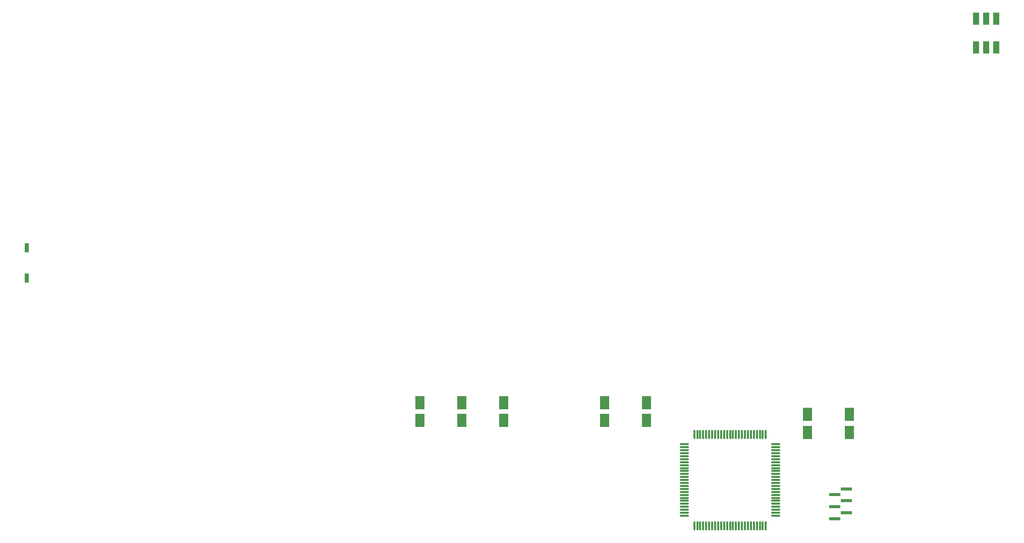
<source format=gbr>
%TF.GenerationSoftware,KiCad,Pcbnew,9.0.4*%
%TF.CreationDate,2025-12-18T16:12:58-05:00*%
%TF.ProjectId,ECET230 Smart Plant Monitor,45434554-3233-4302-9053-6d6172742050,rev?*%
%TF.SameCoordinates,Original*%
%TF.FileFunction,Paste,Top*%
%TF.FilePolarity,Positive*%
%FSLAX46Y46*%
G04 Gerber Fmt 4.6, Leading zero omitted, Abs format (unit mm)*
G04 Created by KiCad (PCBNEW 9.0.4) date 2025-12-18 16:12:58*
%MOMM*%
%LPD*%
G01*
G04 APERTURE LIST*
G04 Aperture macros list*
%AMRoundRect*
0 Rectangle with rounded corners*
0 $1 Rounding radius*
0 $2 $3 $4 $5 $6 $7 $8 $9 X,Y pos of 4 corners*
0 Add a 4 corners polygon primitive as box body*
4,1,4,$2,$3,$4,$5,$6,$7,$8,$9,$2,$3,0*
0 Add four circle primitives for the rounded corners*
1,1,$1+$1,$2,$3*
1,1,$1+$1,$4,$5*
1,1,$1+$1,$6,$7*
1,1,$1+$1,$8,$9*
0 Add four rect primitives between the rounded corners*
20,1,$1+$1,$2,$3,$4,$5,0*
20,1,$1+$1,$4,$5,$6,$7,0*
20,1,$1+$1,$6,$7,$8,$9,0*
20,1,$1+$1,$8,$9,$2,$3,0*%
G04 Aperture macros list end*
%ADD10RoundRect,0.190000X0.190000X-0.610000X0.190000X0.610000X-0.190000X0.610000X-0.190000X-0.610000X0*%
%ADD11R,1.600000X2.200000*%
%ADD12R,1.100000X2.000000*%
%ADD13RoundRect,0.075000X0.662500X0.075000X-0.662500X0.075000X-0.662500X-0.075000X0.662500X-0.075000X0*%
%ADD14RoundRect,0.075000X0.075000X0.662500X-0.075000X0.662500X-0.075000X-0.662500X0.075000X-0.662500X0*%
%ADD15R,1.950000X0.500000*%
G04 APERTURE END LIST*
D10*
%TO.C,SW1*%
X66000000Y-66080000D03*
X66000000Y-61000000D03*
%TD*%
D11*
%TO.C,C2*%
X197000000Y-89000000D03*
X197000000Y-92000000D03*
%TD*%
D12*
%TO.C,D1*%
X228700000Y-22600000D03*
X227000000Y-22600000D03*
X225300000Y-22600000D03*
X225300000Y-27400000D03*
X227000000Y-27400000D03*
X228700000Y-27400000D03*
%TD*%
D11*
%TO.C,C9*%
X163000000Y-90000000D03*
X163000000Y-87000000D03*
%TD*%
D13*
%TO.C,U3*%
X191662500Y-106000000D03*
X191662500Y-105500000D03*
X191662500Y-105000000D03*
X191662500Y-104500000D03*
X191662500Y-104000000D03*
X191662500Y-103500000D03*
X191662500Y-103000000D03*
X191662500Y-102500000D03*
X191662500Y-102000000D03*
X191662500Y-101500000D03*
X191662500Y-101000000D03*
X191662500Y-100500000D03*
X191662500Y-100000000D03*
X191662500Y-99500000D03*
X191662500Y-99000000D03*
X191662500Y-98500000D03*
X191662500Y-98000000D03*
X191662500Y-97500000D03*
X191662500Y-97000000D03*
X191662500Y-96500000D03*
X191662500Y-96000000D03*
X191662500Y-95500000D03*
X191662500Y-95000000D03*
X191662500Y-94500000D03*
X191662500Y-94000000D03*
D14*
X190000000Y-92337500D03*
X189500000Y-92337500D03*
X189000000Y-92337500D03*
X188500000Y-92337500D03*
X188000000Y-92337500D03*
X187500000Y-92337500D03*
X187000000Y-92337500D03*
X186500000Y-92337500D03*
X186000000Y-92337500D03*
X185500000Y-92337500D03*
X185000000Y-92337500D03*
X184500000Y-92337500D03*
X184000000Y-92337500D03*
X183500000Y-92337500D03*
X183000000Y-92337500D03*
X182500000Y-92337500D03*
X182000000Y-92337500D03*
X181500000Y-92337500D03*
X181000000Y-92337500D03*
X180500000Y-92337500D03*
X180000000Y-92337500D03*
X179500000Y-92337500D03*
X179000000Y-92337500D03*
X178500000Y-92337500D03*
X178000000Y-92337500D03*
D13*
X176337500Y-94000000D03*
X176337500Y-94500000D03*
X176337500Y-95000000D03*
X176337500Y-95500000D03*
X176337500Y-96000000D03*
X176337500Y-96500000D03*
X176337500Y-97000000D03*
X176337500Y-97500000D03*
X176337500Y-98000000D03*
X176337500Y-98500000D03*
X176337500Y-99000000D03*
X176337500Y-99500000D03*
X176337500Y-100000000D03*
X176337500Y-100500000D03*
X176337500Y-101000000D03*
X176337500Y-101500000D03*
X176337500Y-102000000D03*
X176337500Y-102500000D03*
X176337500Y-103000000D03*
X176337500Y-103500000D03*
X176337500Y-104000000D03*
X176337500Y-104500000D03*
X176337500Y-105000000D03*
X176337500Y-105500000D03*
X176337500Y-106000000D03*
D14*
X178000000Y-107662500D03*
X178500000Y-107662500D03*
X179000000Y-107662500D03*
X179500000Y-107662500D03*
X180000000Y-107662500D03*
X180500000Y-107662500D03*
X181000000Y-107662500D03*
X181500000Y-107662500D03*
X182000000Y-107662500D03*
X182500000Y-107662500D03*
X183000000Y-107662500D03*
X183500000Y-107662500D03*
X184000000Y-107662500D03*
X184500000Y-107662500D03*
X185000000Y-107662500D03*
X185500000Y-107662500D03*
X186000000Y-107662500D03*
X186500000Y-107662500D03*
X187000000Y-107662500D03*
X187500000Y-107662500D03*
X188000000Y-107662500D03*
X188500000Y-107662500D03*
X189000000Y-107662500D03*
X189500000Y-107662500D03*
X190000000Y-107662500D03*
%TD*%
D15*
%TO.C,J3*%
X201525000Y-106475000D03*
X203475000Y-105475000D03*
X201525000Y-104475000D03*
X203475000Y-103475000D03*
X201525000Y-102475000D03*
X203475000Y-101475000D03*
%TD*%
D11*
%TO.C,C1*%
X204000000Y-89000000D03*
X204000000Y-92000000D03*
%TD*%
%TO.C,C7*%
X139000000Y-90000000D03*
X139000000Y-87000000D03*
%TD*%
%TO.C,C8*%
X146000000Y-90000000D03*
X146000000Y-87000000D03*
%TD*%
%TO.C,C10*%
X170000000Y-90000000D03*
X170000000Y-87000000D03*
%TD*%
%TO.C,C6*%
X132000000Y-90000000D03*
X132000000Y-87000000D03*
%TD*%
M02*

</source>
